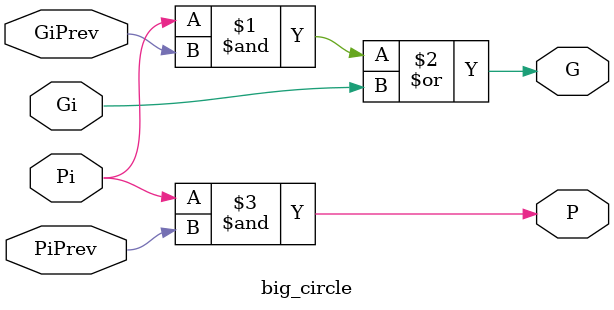
<source format=v>
module big_circle (
    input wire Gi, 
    input wire Pi, 
    input wire GiPrev, 
    input wire PiPrev,
    output wire G,
    output wire P
);
  
  assign G = (Pi & GiPrev) | Gi;
  assign P = Pi & PiPrev;
  
endmodule
</source>
